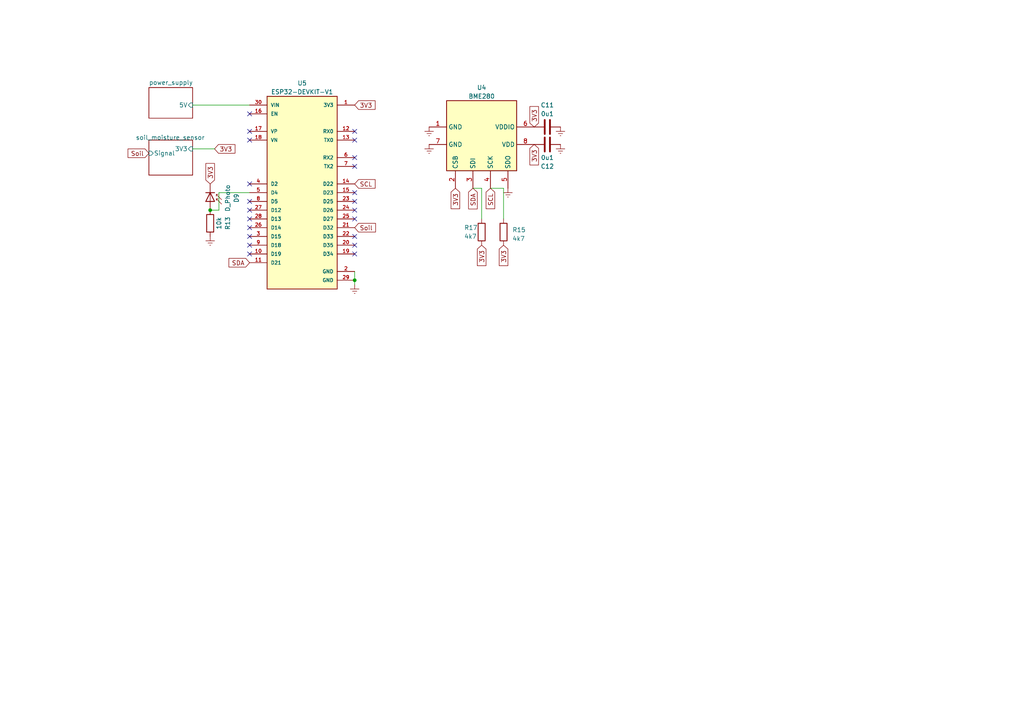
<source format=kicad_sch>
(kicad_sch (version 20230121) (generator eeschema)

  (uuid d745cb62-8f4d-408c-9af8-25e31ee1e0d0)

  (paper "A4")

  (lib_symbols
    (symbol "Device:C" (pin_numbers hide) (pin_names (offset 0.254)) (in_bom yes) (on_board yes)
      (property "Reference" "C" (at 0.635 2.54 0)
        (effects (font (size 1.27 1.27)) (justify left))
      )
      (property "Value" "C" (at 0.635 -2.54 0)
        (effects (font (size 1.27 1.27)) (justify left))
      )
      (property "Footprint" "" (at 0.9652 -3.81 0)
        (effects (font (size 1.27 1.27)) hide)
      )
      (property "Datasheet" "~" (at 0 0 0)
        (effects (font (size 1.27 1.27)) hide)
      )
      (property "ki_keywords" "cap capacitor" (at 0 0 0)
        (effects (font (size 1.27 1.27)) hide)
      )
      (property "ki_description" "Unpolarized capacitor" (at 0 0 0)
        (effects (font (size 1.27 1.27)) hide)
      )
      (property "ki_fp_filters" "C_*" (at 0 0 0)
        (effects (font (size 1.27 1.27)) hide)
      )
      (symbol "C_0_1"
        (polyline
          (pts
            (xy -2.032 -0.762)
            (xy 2.032 -0.762)
          )
          (stroke (width 0.508) (type default))
          (fill (type none))
        )
        (polyline
          (pts
            (xy -2.032 0.762)
            (xy 2.032 0.762)
          )
          (stroke (width 0.508) (type default))
          (fill (type none))
        )
      )
      (symbol "C_1_1"
        (pin passive line (at 0 3.81 270) (length 2.794)
          (name "~" (effects (font (size 1.27 1.27))))
          (number "1" (effects (font (size 1.27 1.27))))
        )
        (pin passive line (at 0 -3.81 90) (length 2.794)
          (name "~" (effects (font (size 1.27 1.27))))
          (number "2" (effects (font (size 1.27 1.27))))
        )
      )
    )
    (symbol "Device:D_Photo" (pin_numbers hide) (pin_names hide) (in_bom yes) (on_board yes)
      (property "Reference" "D" (at 0.508 1.778 0)
        (effects (font (size 1.27 1.27)) (justify left))
      )
      (property "Value" "D_Photo" (at -1.016 -2.794 0)
        (effects (font (size 1.27 1.27)))
      )
      (property "Footprint" "" (at -1.27 0 0)
        (effects (font (size 1.27 1.27)) hide)
      )
      (property "Datasheet" "~" (at -1.27 0 0)
        (effects (font (size 1.27 1.27)) hide)
      )
      (property "ki_keywords" "photodiode diode opto" (at 0 0 0)
        (effects (font (size 1.27 1.27)) hide)
      )
      (property "ki_description" "Photodiode" (at 0 0 0)
        (effects (font (size 1.27 1.27)) hide)
      )
      (symbol "D_Photo_0_1"
        (polyline
          (pts
            (xy -2.54 1.27)
            (xy -2.54 -1.27)
          )
          (stroke (width 0.254) (type default))
          (fill (type none))
        )
        (polyline
          (pts
            (xy -2.032 1.778)
            (xy -1.524 1.778)
          )
          (stroke (width 0) (type default))
          (fill (type none))
        )
        (polyline
          (pts
            (xy 0 0)
            (xy -2.54 0)
          )
          (stroke (width 0) (type default))
          (fill (type none))
        )
        (polyline
          (pts
            (xy -0.508 3.302)
            (xy -2.032 1.778)
            (xy -2.032 2.286)
          )
          (stroke (width 0) (type default))
          (fill (type none))
        )
        (polyline
          (pts
            (xy 0 -1.27)
            (xy 0 1.27)
            (xy -2.54 0)
            (xy 0 -1.27)
          )
          (stroke (width 0.254) (type default))
          (fill (type none))
        )
        (polyline
          (pts
            (xy 0.762 3.302)
            (xy -0.762 1.778)
            (xy -0.762 2.286)
            (xy -0.762 1.778)
            (xy -0.254 1.778)
          )
          (stroke (width 0) (type default))
          (fill (type none))
        )
      )
      (symbol "D_Photo_1_1"
        (pin passive line (at -5.08 0 0) (length 2.54)
          (name "K" (effects (font (size 1.27 1.27))))
          (number "1" (effects (font (size 1.27 1.27))))
        )
        (pin passive line (at 2.54 0 180) (length 2.54)
          (name "A" (effects (font (size 1.27 1.27))))
          (number "2" (effects (font (size 1.27 1.27))))
        )
      )
    )
    (symbol "Device:R" (pin_numbers hide) (pin_names (offset 0)) (in_bom yes) (on_board yes)
      (property "Reference" "R" (at 2.032 0 90)
        (effects (font (size 1.27 1.27)))
      )
      (property "Value" "R" (at 0 0 90)
        (effects (font (size 1.27 1.27)))
      )
      (property "Footprint" "" (at -1.778 0 90)
        (effects (font (size 1.27 1.27)) hide)
      )
      (property "Datasheet" "~" (at 0 0 0)
        (effects (font (size 1.27 1.27)) hide)
      )
      (property "ki_keywords" "R res resistor" (at 0 0 0)
        (effects (font (size 1.27 1.27)) hide)
      )
      (property "ki_description" "Resistor" (at 0 0 0)
        (effects (font (size 1.27 1.27)) hide)
      )
      (property "ki_fp_filters" "R_*" (at 0 0 0)
        (effects (font (size 1.27 1.27)) hide)
      )
      (symbol "R_0_1"
        (rectangle (start -1.016 -2.54) (end 1.016 2.54)
          (stroke (width 0.254) (type default))
          (fill (type none))
        )
      )
      (symbol "R_1_1"
        (pin passive line (at 0 3.81 270) (length 1.27)
          (name "~" (effects (font (size 1.27 1.27))))
          (number "1" (effects (font (size 1.27 1.27))))
        )
        (pin passive line (at 0 -3.81 90) (length 1.27)
          (name "~" (effects (font (size 1.27 1.27))))
          (number "2" (effects (font (size 1.27 1.27))))
        )
      )
    )
    (symbol "ESP32-DEVKIT-V1:ESP32-DEVKIT-V1" (pin_names (offset 1.016)) (in_bom yes) (on_board yes)
      (property "Reference" "U" (at -10.16 30.48 0)
        (effects (font (size 1.27 1.27)) (justify left top))
      )
      (property "Value" "ESP32-DEVKIT-V1" (at -10.16 -30.48 0)
        (effects (font (size 1.27 1.27)) (justify left bottom))
      )
      (property "Footprint" "MODULE_ESP32_DEVKIT_V1" (at 0 0 0)
        (effects (font (size 1.27 1.27)) (justify bottom) hide)
      )
      (property "Datasheet" "" (at 0 0 0)
        (effects (font (size 1.27 1.27)) hide)
      )
      (property "MAXIMUM_PACKAGE_HEIGHT" "6.8 mm" (at 0 0 0)
        (effects (font (size 1.27 1.27)) (justify bottom) hide)
      )
      (property "MANUFACTURER" "DOIT" (at 0 0 0)
        (effects (font (size 1.27 1.27)) (justify bottom) hide)
      )
      (property "PARTREV" "N/A" (at 0 0 0)
        (effects (font (size 1.27 1.27)) (justify bottom) hide)
      )
      (property "STANDARD" "Manufacturer Recommendations" (at 0 0 0)
        (effects (font (size 1.27 1.27)) (justify bottom) hide)
      )
      (symbol "ESP32-DEVKIT-V1_0_0"
        (rectangle (start -10.16 -27.94) (end 10.16 27.94)
          (stroke (width 0.254) (type default))
          (fill (type background))
        )
        (pin output line (at 15.24 25.4 180) (length 5.08)
          (name "3V3" (effects (font (size 1.016 1.016))))
          (number "1" (effects (font (size 1.016 1.016))))
        )
        (pin bidirectional line (at -15.24 -17.78 0) (length 5.08)
          (name "D19" (effects (font (size 1.016 1.016))))
          (number "10" (effects (font (size 1.016 1.016))))
        )
        (pin bidirectional line (at -15.24 -20.32 0) (length 5.08)
          (name "D21" (effects (font (size 1.016 1.016))))
          (number "11" (effects (font (size 1.016 1.016))))
        )
        (pin input line (at 15.24 17.78 180) (length 5.08)
          (name "RX0" (effects (font (size 1.016 1.016))))
          (number "12" (effects (font (size 1.016 1.016))))
        )
        (pin output line (at 15.24 15.24 180) (length 5.08)
          (name "TX0" (effects (font (size 1.016 1.016))))
          (number "13" (effects (font (size 1.016 1.016))))
        )
        (pin bidirectional line (at 15.24 2.54 180) (length 5.08)
          (name "D22" (effects (font (size 1.016 1.016))))
          (number "14" (effects (font (size 1.016 1.016))))
        )
        (pin bidirectional line (at 15.24 0 180) (length 5.08)
          (name "D23" (effects (font (size 1.016 1.016))))
          (number "15" (effects (font (size 1.016 1.016))))
        )
        (pin input line (at -15.24 22.86 0) (length 5.08)
          (name "EN" (effects (font (size 1.016 1.016))))
          (number "16" (effects (font (size 1.016 1.016))))
        )
        (pin bidirectional line (at -15.24 17.78 0) (length 5.08)
          (name "VP" (effects (font (size 1.016 1.016))))
          (number "17" (effects (font (size 1.016 1.016))))
        )
        (pin bidirectional line (at -15.24 15.24 0) (length 5.08)
          (name "VN" (effects (font (size 1.016 1.016))))
          (number "18" (effects (font (size 1.016 1.016))))
        )
        (pin bidirectional line (at 15.24 -17.78 180) (length 5.08)
          (name "D34" (effects (font (size 1.016 1.016))))
          (number "19" (effects (font (size 1.016 1.016))))
        )
        (pin power_in line (at 15.24 -22.86 180) (length 5.08)
          (name "GND" (effects (font (size 1.016 1.016))))
          (number "2" (effects (font (size 1.016 1.016))))
        )
        (pin bidirectional line (at 15.24 -15.24 180) (length 5.08)
          (name "D35" (effects (font (size 1.016 1.016))))
          (number "20" (effects (font (size 1.016 1.016))))
        )
        (pin bidirectional line (at 15.24 -10.16 180) (length 5.08)
          (name "D32" (effects (font (size 1.016 1.016))))
          (number "21" (effects (font (size 1.016 1.016))))
        )
        (pin bidirectional line (at 15.24 -12.7 180) (length 5.08)
          (name "D33" (effects (font (size 1.016 1.016))))
          (number "22" (effects (font (size 1.016 1.016))))
        )
        (pin bidirectional line (at 15.24 -2.54 180) (length 5.08)
          (name "D25" (effects (font (size 1.016 1.016))))
          (number "23" (effects (font (size 1.016 1.016))))
        )
        (pin bidirectional line (at 15.24 -5.08 180) (length 5.08)
          (name "D26" (effects (font (size 1.016 1.016))))
          (number "24" (effects (font (size 1.016 1.016))))
        )
        (pin bidirectional line (at 15.24 -7.62 180) (length 5.08)
          (name "D27" (effects (font (size 1.016 1.016))))
          (number "25" (effects (font (size 1.016 1.016))))
        )
        (pin bidirectional line (at -15.24 -10.16 0) (length 5.08)
          (name "D14" (effects (font (size 1.016 1.016))))
          (number "26" (effects (font (size 1.016 1.016))))
        )
        (pin bidirectional line (at -15.24 -5.08 0) (length 5.08)
          (name "D12" (effects (font (size 1.016 1.016))))
          (number "27" (effects (font (size 1.016 1.016))))
        )
        (pin bidirectional line (at -15.24 -7.62 0) (length 5.08)
          (name "D13" (effects (font (size 1.016 1.016))))
          (number "28" (effects (font (size 1.016 1.016))))
        )
        (pin power_in line (at 15.24 -25.4 180) (length 5.08)
          (name "GND" (effects (font (size 1.016 1.016))))
          (number "29" (effects (font (size 1.016 1.016))))
        )
        (pin bidirectional line (at -15.24 -12.7 0) (length 5.08)
          (name "D15" (effects (font (size 1.016 1.016))))
          (number "3" (effects (font (size 1.016 1.016))))
        )
        (pin input line (at -15.24 25.4 0) (length 5.08)
          (name "VIN" (effects (font (size 1.016 1.016))))
          (number "30" (effects (font (size 1.016 1.016))))
        )
        (pin bidirectional line (at -15.24 2.54 0) (length 5.08)
          (name "D2" (effects (font (size 1.016 1.016))))
          (number "4" (effects (font (size 1.016 1.016))))
        )
        (pin bidirectional line (at -15.24 0 0) (length 5.08)
          (name "D4" (effects (font (size 1.016 1.016))))
          (number "5" (effects (font (size 1.016 1.016))))
        )
        (pin input line (at 15.24 10.16 180) (length 5.08)
          (name "RX2" (effects (font (size 1.016 1.016))))
          (number "6" (effects (font (size 1.016 1.016))))
        )
        (pin output line (at 15.24 7.62 180) (length 5.08)
          (name "TX2" (effects (font (size 1.016 1.016))))
          (number "7" (effects (font (size 1.016 1.016))))
        )
        (pin bidirectional line (at -15.24 -2.54 0) (length 5.08)
          (name "D5" (effects (font (size 1.016 1.016))))
          (number "8" (effects (font (size 1.016 1.016))))
        )
        (pin bidirectional line (at -15.24 -15.24 0) (length 5.08)
          (name "D18" (effects (font (size 1.016 1.016))))
          (number "9" (effects (font (size 1.016 1.016))))
        )
      )
    )
    (symbol "Sensor:BME280" (in_bom yes) (on_board yes)
      (property "Reference" "U" (at -8.89 11.43 0)
        (effects (font (size 1.27 1.27)))
      )
      (property "Value" "BME280" (at 7.62 11.43 0)
        (effects (font (size 1.27 1.27)))
      )
      (property "Footprint" "Package_LGA:Bosch_LGA-8_2.5x2.5mm_P0.65mm_ClockwisePinNumbering" (at 38.1 -11.43 0)
        (effects (font (size 1.27 1.27)) hide)
      )
      (property "Datasheet" "https://www.bosch-sensortec.com/media/boschsensortec/downloads/datasheets/bst-bme280-ds002.pdf" (at 0 -5.08 0)
        (effects (font (size 1.27 1.27)) hide)
      )
      (property "ki_keywords" "Bosch pressure humidity temperature environment environmental measurement digital" (at 0 0 0)
        (effects (font (size 1.27 1.27)) hide)
      )
      (property "ki_description" "3-in-1 sensor, humidity, pressure, temperature, I2C and SPI interface, 1.71-3.6V, LGA-8" (at 0 0 0)
        (effects (font (size 1.27 1.27)) hide)
      )
      (property "ki_fp_filters" "*LGA*2.5x2.5mm*P0.65mm*Clockwise*" (at 0 0 0)
        (effects (font (size 1.27 1.27)) hide)
      )
      (symbol "BME280_0_1"
        (rectangle (start -10.16 10.16) (end 10.16 -10.16)
          (stroke (width 0.254) (type default))
          (fill (type background))
        )
      )
      (symbol "BME280_1_1"
        (pin power_in line (at -2.54 -15.24 90) (length 5.08)
          (name "GND" (effects (font (size 1.27 1.27))))
          (number "1" (effects (font (size 1.27 1.27))))
        )
        (pin input line (at 15.24 -7.62 180) (length 5.08)
          (name "CSB" (effects (font (size 1.27 1.27))))
          (number "2" (effects (font (size 1.27 1.27))))
        )
        (pin bidirectional line (at 15.24 -2.54 180) (length 5.08)
          (name "SDI" (effects (font (size 1.27 1.27))))
          (number "3" (effects (font (size 1.27 1.27))))
        )
        (pin input line (at 15.24 2.54 180) (length 5.08)
          (name "SCK" (effects (font (size 1.27 1.27))))
          (number "4" (effects (font (size 1.27 1.27))))
        )
        (pin bidirectional line (at 15.24 7.62 180) (length 5.08)
          (name "SDO" (effects (font (size 1.27 1.27))))
          (number "5" (effects (font (size 1.27 1.27))))
        )
        (pin power_in line (at -2.54 15.24 270) (length 5.08)
          (name "VDDIO" (effects (font (size 1.27 1.27))))
          (number "6" (effects (font (size 1.27 1.27))))
        )
        (pin power_in line (at 2.54 -15.24 90) (length 5.08)
          (name "GND" (effects (font (size 1.27 1.27))))
          (number "7" (effects (font (size 1.27 1.27))))
        )
        (pin power_in line (at 2.54 15.24 270) (length 5.08)
          (name "VDD" (effects (font (size 1.27 1.27))))
          (number "8" (effects (font (size 1.27 1.27))))
        )
      )
    )
    (symbol "power:Earth" (power) (pin_names (offset 0)) (in_bom yes) (on_board yes)
      (property "Reference" "#PWR" (at 0 -6.35 0)
        (effects (font (size 1.27 1.27)) hide)
      )
      (property "Value" "Earth" (at 0 -3.81 0)
        (effects (font (size 1.27 1.27)) hide)
      )
      (property "Footprint" "" (at 0 0 0)
        (effects (font (size 1.27 1.27)) hide)
      )
      (property "Datasheet" "~" (at 0 0 0)
        (effects (font (size 1.27 1.27)) hide)
      )
      (property "ki_keywords" "global ground gnd" (at 0 0 0)
        (effects (font (size 1.27 1.27)) hide)
      )
      (property "ki_description" "Power symbol creates a global label with name \"Earth\"" (at 0 0 0)
        (effects (font (size 1.27 1.27)) hide)
      )
      (symbol "Earth_0_1"
        (polyline
          (pts
            (xy -0.635 -1.905)
            (xy 0.635 -1.905)
          )
          (stroke (width 0) (type default))
          (fill (type none))
        )
        (polyline
          (pts
            (xy -0.127 -2.54)
            (xy 0.127 -2.54)
          )
          (stroke (width 0) (type default))
          (fill (type none))
        )
        (polyline
          (pts
            (xy 0 -1.27)
            (xy 0 0)
          )
          (stroke (width 0) (type default))
          (fill (type none))
        )
        (polyline
          (pts
            (xy 1.27 -1.27)
            (xy -1.27 -1.27)
          )
          (stroke (width 0) (type default))
          (fill (type none))
        )
      )
      (symbol "Earth_1_1"
        (pin power_in line (at 0 0 270) (length 0) hide
          (name "Earth" (effects (font (size 1.27 1.27))))
          (number "1" (effects (font (size 1.27 1.27))))
        )
      )
    )
  )

  (junction (at 60.96 60.96) (diameter 0) (color 0 0 0 0)
    (uuid 543276c0-6399-4db4-858d-315bc2a26370)
  )
  (junction (at 102.87 81.28) (diameter 0) (color 0 0 0 0)
    (uuid e118582f-b4ff-474f-9d73-1f060f0f896d)
  )

  (no_connect (at 72.39 60.96) (uuid 08ec6322-28c6-4376-b554-2e9b80f31b5f))
  (no_connect (at 102.87 55.88) (uuid 0cf97783-93b6-452d-b920-ad0f16bec5ca))
  (no_connect (at 72.39 63.5) (uuid 4aa90c6d-9a62-49e9-a2e4-67d6f6a19506))
  (no_connect (at 102.87 40.64) (uuid 59d82153-e297-47af-bc22-52cd527b29e9))
  (no_connect (at 102.87 63.5) (uuid 5c0c0fc3-4b62-48e6-b653-6b150412d275))
  (no_connect (at 72.39 58.42) (uuid 67b4d9bd-3541-4588-84f9-01e05e1d315a))
  (no_connect (at 102.87 60.96) (uuid 6b5e528e-7675-48eb-b2e2-86410b3c972a))
  (no_connect (at 72.39 33.02) (uuid 72bfa4b5-a0f7-486f-8d27-4fc504ef2309))
  (no_connect (at 102.87 68.58) (uuid 73fe7396-74a4-41fd-a12c-2bdc7a1397f2))
  (no_connect (at 102.87 48.26) (uuid 74354e35-4032-4c0a-9a33-5f7c28e8a13d))
  (no_connect (at 72.39 68.58) (uuid 7c4cb343-0d0a-4b83-abdb-e191545f99fa))
  (no_connect (at 102.87 71.12) (uuid 8331a199-8b2c-408f-80ba-be7bd6e746b4))
  (no_connect (at 72.39 73.66) (uuid 8d662833-35e3-49a5-937d-2aaa54c5eedf))
  (no_connect (at 102.87 58.42) (uuid 912ebd71-5a73-46db-897b-b3bd79f6502d))
  (no_connect (at 72.39 53.34) (uuid 9a57caa9-6313-4107-87de-17ed034333f7))
  (no_connect (at 72.39 38.1) (uuid b3185c5a-5a91-4c7d-92ed-0c5883ec0986))
  (no_connect (at 72.39 66.04) (uuid b5f942ad-5a25-4d7b-aeff-13b407e10add))
  (no_connect (at 102.87 38.1) (uuid d256e6db-553b-4dbd-8d00-ef0df7a42480))
  (no_connect (at 102.87 73.66) (uuid e44c711c-7b3f-4f6d-9931-9ad0e8f02f7c))
  (no_connect (at 72.39 71.12) (uuid ea8cd458-5f20-4695-9708-541cf251a4ff))
  (no_connect (at 72.39 40.64) (uuid ec9934bc-8610-4680-9653-376d5f80e45d))
  (no_connect (at 102.87 45.72) (uuid fa45f9ef-221c-47ca-84fc-32b33713fea5))

  (wire (pts (xy 139.7 54.61) (xy 137.16 54.61))
    (stroke (width 0) (type default))
    (uuid 1dc7ad3c-dc7f-44d5-aca0-47490fc6caca)
  )
  (wire (pts (xy 63.5 55.88) (xy 72.39 55.88))
    (stroke (width 0) (type default))
    (uuid 30b78dfb-26c8-4eaf-b834-9da215ceecaa)
  )
  (wire (pts (xy 55.88 43.18) (xy 62.23 43.18))
    (stroke (width 0) (type default))
    (uuid 40cf0db7-4bba-44d1-9700-6fa92eb847eb)
  )
  (wire (pts (xy 139.7 63.5) (xy 139.7 54.61))
    (stroke (width 0) (type default))
    (uuid 8b431918-91e1-4d8c-9f28-ca24989d96fc)
  )
  (wire (pts (xy 55.88 30.48) (xy 72.39 30.48))
    (stroke (width 0) (type default))
    (uuid 8f8b8f6c-5f81-4868-91c8-885382e3cf85)
  )
  (wire (pts (xy 146.05 54.61) (xy 142.24 54.61))
    (stroke (width 0) (type default))
    (uuid b7e2091e-57c5-4354-92b6-34faadd176e1)
  )
  (wire (pts (xy 63.5 60.96) (xy 60.96 60.96))
    (stroke (width 0) (type default))
    (uuid c569c7bb-2372-42ed-8c26-b0bcd826df0a)
  )
  (wire (pts (xy 102.87 82.55) (xy 102.87 81.28))
    (stroke (width 0) (type default))
    (uuid df39538c-b6c9-46a1-8851-b4ed7816b37a)
  )
  (wire (pts (xy 102.87 78.74) (xy 102.87 81.28))
    (stroke (width 0) (type default))
    (uuid e282e0e9-83e9-458a-8411-f827cf516ccb)
  )
  (wire (pts (xy 146.05 63.5) (xy 146.05 54.61))
    (stroke (width 0) (type default))
    (uuid e601bd2e-4b47-435e-9021-3d75d2041dff)
  )
  (wire (pts (xy 63.5 55.88) (xy 63.5 60.96))
    (stroke (width 0) (type default))
    (uuid e8c49945-e1ac-4ac2-87c9-76fbb7c6d839)
  )

  (global_label "3V3" (shape input) (at 102.87 30.48 0) (fields_autoplaced)
    (effects (font (size 1.27 1.27)) (justify left))
    (uuid 0b2915bf-e203-4938-97d3-faad7543b908)
    (property "Intersheetrefs" "${INTERSHEET_REFS}" (at 109.2834 30.48 0)
      (effects (font (size 1.27 1.27)) (justify left) hide)
    )
  )
  (global_label "SDA" (shape input) (at 137.16 54.61 270) (fields_autoplaced)
    (effects (font (size 1.27 1.27)) (justify right))
    (uuid 0ea22780-2f0d-48b5-b118-839868d96122)
    (property "Intersheetrefs" "${INTERSHEET_REFS}" (at 137.16 61.0839 90)
      (effects (font (size 1.27 1.27)) (justify right) hide)
    )
  )
  (global_label "3V3" (shape input) (at 139.7 71.12 270) (fields_autoplaced)
    (effects (font (size 1.27 1.27)) (justify right))
    (uuid 24c7b987-1e6b-4373-8922-bcfd7f311595)
    (property "Intersheetrefs" "${INTERSHEET_REFS}" (at 139.7 77.5334 90)
      (effects (font (size 1.27 1.27)) (justify right) hide)
    )
  )
  (global_label "3V3" (shape input) (at 62.23 43.18 0) (fields_autoplaced)
    (effects (font (size 1.27 1.27)) (justify left))
    (uuid 4737e9e0-0867-4199-9cca-60de0986a8cd)
    (property "Intersheetrefs" "${INTERSHEET_REFS}" (at 68.6434 43.18 0)
      (effects (font (size 1.27 1.27)) (justify left) hide)
    )
  )
  (global_label "SCL" (shape input) (at 142.24 54.61 270) (fields_autoplaced)
    (effects (font (size 1.27 1.27)) (justify right))
    (uuid 733493c5-bf92-42fd-b085-2c6244f7dc27)
    (property "Intersheetrefs" "${INTERSHEET_REFS}" (at 142.24 61.0234 90)
      (effects (font (size 1.27 1.27)) (justify right) hide)
    )
  )
  (global_label "SCL" (shape input) (at 102.87 53.34 0) (fields_autoplaced)
    (effects (font (size 1.27 1.27)) (justify left))
    (uuid 7ee90924-adee-4310-84cf-6dcae15a9ab3)
    (property "Intersheetrefs" "${INTERSHEET_REFS}" (at 109.2834 53.34 0)
      (effects (font (size 1.27 1.27)) (justify left) hide)
    )
  )
  (global_label "Soil" (shape input) (at 43.18 44.45 180) (fields_autoplaced)
    (effects (font (size 1.27 1.27)) (justify right))
    (uuid 7f24811e-5436-4553-8928-e754c0fa0dea)
    (property "Intersheetrefs" "${INTERSHEET_REFS}" (at 36.6457 44.45 0)
      (effects (font (size 1.27 1.27)) (justify right) hide)
    )
  )
  (global_label "3V3" (shape input) (at 146.05 71.12 270) (fields_autoplaced)
    (effects (font (size 1.27 1.27)) (justify right))
    (uuid 7f5b10c1-b938-4690-b4b9-c9d923714513)
    (property "Intersheetrefs" "${INTERSHEET_REFS}" (at 146.05 77.5334 90)
      (effects (font (size 1.27 1.27)) (justify right) hide)
    )
  )
  (global_label "SDA" (shape input) (at 72.39 76.2 180) (fields_autoplaced)
    (effects (font (size 1.27 1.27)) (justify right))
    (uuid 8f77b2ce-6f98-4c75-8b23-a2bc673cb676)
    (property "Intersheetrefs" "${INTERSHEET_REFS}" (at 65.9161 76.2 0)
      (effects (font (size 1.27 1.27)) (justify right) hide)
    )
  )
  (global_label "3V3" (shape input) (at 60.96 53.34 90) (fields_autoplaced)
    (effects (font (size 1.27 1.27)) (justify left))
    (uuid 95915b61-b772-4a80-87ca-3ed580440d5d)
    (property "Intersheetrefs" "${INTERSHEET_REFS}" (at 60.96 46.9266 90)
      (effects (font (size 1.27 1.27)) (justify left) hide)
    )
  )
  (global_label "3V3" (shape input) (at 154.94 41.91 270) (fields_autoplaced)
    (effects (font (size 1.27 1.27)) (justify right))
    (uuid 99304a5e-f0d9-49fb-a1aa-c39b6951c451)
    (property "Intersheetrefs" "${INTERSHEET_REFS}" (at 154.94 48.3234 90)
      (effects (font (size 1.27 1.27)) (justify right) hide)
    )
  )
  (global_label "3V3" (shape input) (at 132.08 54.61 270) (fields_autoplaced)
    (effects (font (size 1.27 1.27)) (justify right))
    (uuid adebd8e4-6e52-41d2-b3fa-ad03b294ea01)
    (property "Intersheetrefs" "${INTERSHEET_REFS}" (at 132.08 61.0234 90)
      (effects (font (size 1.27 1.27)) (justify right) hide)
    )
  )
  (global_label "Soil" (shape input) (at 102.87 66.04 0) (fields_autoplaced)
    (effects (font (size 1.27 1.27)) (justify left))
    (uuid b721b40f-7506-4bf7-91aa-b0752c99c70b)
    (property "Intersheetrefs" "${INTERSHEET_REFS}" (at 109.4043 66.04 0)
      (effects (font (size 1.27 1.27)) (justify left) hide)
    )
  )
  (global_label "3V3" (shape input) (at 154.94 36.83 90) (fields_autoplaced)
    (effects (font (size 1.27 1.27)) (justify left))
    (uuid fd89cf4c-2225-4f18-a550-40cb46fc5061)
    (property "Intersheetrefs" "${INTERSHEET_REFS}" (at 154.94 30.4166 90)
      (effects (font (size 1.27 1.27)) (justify left) hide)
    )
  )

  (symbol (lib_id "Device:D_Photo") (at 60.96 58.42 270) (unit 1)
    (in_bom yes) (on_board yes) (dnp no) (fields_autoplaced)
    (uuid 24d76d81-435c-46f5-af10-6c409eb9b64c)
    (property "Reference" "D9" (at 68.58 57.4675 0)
      (effects (font (size 1.27 1.27)))
    )
    (property "Value" "D_Photo" (at 66.04 57.4675 0)
      (effects (font (size 1.27 1.27)))
    )
    (property "Footprint" "LED_THT:LED_D5.0mm" (at 60.96 57.15 0)
      (effects (font (size 1.27 1.27)) hide)
    )
    (property "Datasheet" "~" (at 60.96 57.15 0)
      (effects (font (size 1.27 1.27)) hide)
    )
    (pin "1" (uuid b121fa00-c1f8-46aa-8100-2330392151c6))
    (pin "2" (uuid 14066b97-5ded-4d7c-8453-874cd9aa0717))
    (instances
      (project "sensor_system"
        (path "/d745cb62-8f4d-408c-9af8-25e31ee1e0d0"
          (reference "D9") (unit 1)
        )
      )
    )
  )

  (symbol (lib_id "Device:R") (at 146.05 67.31 0) (unit 1)
    (in_bom yes) (on_board yes) (dnp no) (fields_autoplaced)
    (uuid 3aabb56d-b3ea-402d-9c14-3e54ab990a18)
    (property "Reference" "R15" (at 148.59 66.675 0)
      (effects (font (size 1.27 1.27)) (justify left))
    )
    (property "Value" "4k7" (at 148.59 69.215 0)
      (effects (font (size 1.27 1.27)) (justify left))
    )
    (property "Footprint" "" (at 144.272 67.31 90)
      (effects (font (size 1.27 1.27)) hide)
    )
    (property "Datasheet" "~" (at 146.05 67.31 0)
      (effects (font (size 1.27 1.27)) hide)
    )
    (pin "1" (uuid 4106ead1-8123-49ed-938c-cb1138e752e6))
    (pin "2" (uuid 9413727e-1dec-4a9b-b365-ddbd33e18d8b))
    (instances
      (project "sensor_system"
        (path "/d745cb62-8f4d-408c-9af8-25e31ee1e0d0"
          (reference "R15") (unit 1)
        )
      )
    )
  )

  (symbol (lib_id "ESP32-DEVKIT-V1:ESP32-DEVKIT-V1") (at 87.63 55.88 0) (unit 1)
    (in_bom yes) (on_board yes) (dnp no) (fields_autoplaced)
    (uuid 6720e65b-c2dd-4070-ba08-4b01b82dba9b)
    (property "Reference" "U5" (at 87.63 24.13 0)
      (effects (font (size 1.27 1.27)))
    )
    (property "Value" "ESP32-DEVKIT-V1" (at 87.63 26.67 0)
      (effects (font (size 1.27 1.27)))
    )
    (property "Footprint" "ESP32-DEVKIT-V1:MODULE_ESP32_DEVKIT_V1" (at 87.63 55.88 0)
      (effects (font (size 1.27 1.27)) (justify bottom) hide)
    )
    (property "Datasheet" "" (at 87.63 55.88 0)
      (effects (font (size 1.27 1.27)) hide)
    )
    (property "MAXIMUM_PACKAGE_HEIGHT" "6.8 mm" (at 87.63 55.88 0)
      (effects (font (size 1.27 1.27)) (justify bottom) hide)
    )
    (property "MANUFACTURER" "DOIT" (at 87.63 55.88 0)
      (effects (font (size 1.27 1.27)) (justify bottom) hide)
    )
    (property "PARTREV" "N/A" (at 87.63 55.88 0)
      (effects (font (size 1.27 1.27)) (justify bottom) hide)
    )
    (property "STANDARD" "Manufacturer Recommendations" (at 87.63 55.88 0)
      (effects (font (size 1.27 1.27)) (justify bottom) hide)
    )
    (pin "1" (uuid bb12359c-0602-4bbb-bcd9-c8668bc35d36))
    (pin "10" (uuid 7413a380-5f9f-476d-a80e-7333cd214f58))
    (pin "11" (uuid a87241b3-7579-440a-8a1d-f4e4c7c0657a))
    (pin "12" (uuid f2a8c7ae-c45f-4aef-b074-2a1ff8e8bd04))
    (pin "13" (uuid c6017221-c7fc-4333-9f5c-b95e1cd5909b))
    (pin "14" (uuid 29723d8c-9dda-414c-8674-e0393128cc92))
    (pin "15" (uuid bef74beb-6917-41e0-acf6-2b6fc903769c))
    (pin "16" (uuid 54ac5d2e-fb96-4b51-a5ca-b628ce3b2f7b))
    (pin "17" (uuid 46d31d24-bc98-47da-98b1-e74c33b2dc3a))
    (pin "18" (uuid 1c436627-06d8-4ab2-ad42-0e6ecfc4d80a))
    (pin "19" (uuid ae37c619-33e9-4c69-a3db-a8c7dea0cd7b))
    (pin "2" (uuid b9134c3d-e6e5-49ee-8b15-79fc54dd36e4))
    (pin "20" (uuid 9fa4bd16-a2d9-41af-b998-39c97c1da1ff))
    (pin "21" (uuid 79248f9d-08cf-46a9-bdc1-4bbe772f0ee4))
    (pin "22" (uuid 8dc32f48-9025-4f48-b63c-8a16a49563d2))
    (pin "23" (uuid 1c6c79e7-9c54-4128-ba0a-433b4ac1944d))
    (pin "24" (uuid 1d0e4bbc-c1ae-419d-b935-436ebce62c8b))
    (pin "25" (uuid 1d10c749-f2ad-40b1-9294-4b9e865bbaaa))
    (pin "26" (uuid 239f0854-ea9f-4004-a8dc-b989e842e3f1))
    (pin "27" (uuid ac2372af-f677-4864-ab97-20519fd07ee5))
    (pin "28" (uuid 3d154458-f480-4c12-a939-cf3110ee57a8))
    (pin "29" (uuid 8a219e8f-fb58-4866-99f2-3e9dc7a37965))
    (pin "3" (uuid 6e4ad037-bfb9-4563-9c82-840daaeab7e5))
    (pin "30" (uuid 534f7db0-29fa-4fec-a705-6c667a1beba3))
    (pin "4" (uuid 39626bb0-081a-4a5c-b07d-c85ca9c9dc51))
    (pin "5" (uuid 23c877aa-93f1-45bf-a9a3-7b5330f61212))
    (pin "6" (uuid 6e340a07-3f02-4460-959f-f0c246748831))
    (pin "7" (uuid 01c7559d-559c-49db-a3f1-959ef0cfab3f))
    (pin "8" (uuid 7ffbe509-752a-4459-9c52-d9cf74b036cd))
    (pin "9" (uuid 2de25522-4773-48d3-a765-038aae63c787))
    (instances
      (project "sensor_system"
        (path "/d745cb62-8f4d-408c-9af8-25e31ee1e0d0"
          (reference "U5") (unit 1)
        )
      )
    )
  )

  (symbol (lib_id "power:Earth") (at 102.87 82.55 0) (unit 1)
    (in_bom yes) (on_board yes) (dnp no) (fields_autoplaced)
    (uuid 6fce4663-e6af-4a62-a4ff-1bd749cc7e8c)
    (property "Reference" "#PWR021" (at 102.87 88.9 0)
      (effects (font (size 1.27 1.27)) hide)
    )
    (property "Value" "Earth" (at 102.87 86.36 0)
      (effects (font (size 1.27 1.27)) hide)
    )
    (property "Footprint" "" (at 102.87 82.55 0)
      (effects (font (size 1.27 1.27)) hide)
    )
    (property "Datasheet" "~" (at 102.87 82.55 0)
      (effects (font (size 1.27 1.27)) hide)
    )
    (pin "1" (uuid 5ee10e86-f407-4b5d-b0f9-8f15a7566d05))
    (instances
      (project "sensor_system"
        (path "/d745cb62-8f4d-408c-9af8-25e31ee1e0d0"
          (reference "#PWR021") (unit 1)
        )
      )
    )
  )

  (symbol (lib_id "power:Earth") (at 162.56 41.91 0) (unit 1)
    (in_bom yes) (on_board yes) (dnp no) (fields_autoplaced)
    (uuid 73c35e71-1b79-4ee1-a781-fff1628fe4a2)
    (property "Reference" "#PWR05" (at 162.56 48.26 0)
      (effects (font (size 1.27 1.27)) hide)
    )
    (property "Value" "Earth" (at 162.56 45.72 0)
      (effects (font (size 1.27 1.27)) hide)
    )
    (property "Footprint" "" (at 162.56 41.91 0)
      (effects (font (size 1.27 1.27)) hide)
    )
    (property "Datasheet" "~" (at 162.56 41.91 0)
      (effects (font (size 1.27 1.27)) hide)
    )
    (pin "1" (uuid 251c6a47-c6e9-4a2a-a81c-5d64e85a577a))
    (instances
      (project "sensor_system"
        (path "/d745cb62-8f4d-408c-9af8-25e31ee1e0d0"
          (reference "#PWR05") (unit 1)
        )
      )
    )
  )

  (symbol (lib_id "Device:C") (at 158.75 41.91 90) (unit 1)
    (in_bom yes) (on_board yes) (dnp no)
    (uuid 86f9121a-cdae-4ccb-8957-3629e72f8fe9)
    (property "Reference" "C12" (at 158.75 48.26 90)
      (effects (font (size 1.27 1.27)))
    )
    (property "Value" "0u1" (at 158.75 45.72 90)
      (effects (font (size 1.27 1.27)))
    )
    (property "Footprint" "" (at 162.56 40.9448 0)
      (effects (font (size 1.27 1.27)) hide)
    )
    (property "Datasheet" "~" (at 158.75 41.91 0)
      (effects (font (size 1.27 1.27)) hide)
    )
    (pin "1" (uuid 1c7b340b-a4cf-4f10-8d93-95d2a78a790c))
    (pin "2" (uuid a99ea851-938f-4dfd-ae92-2b80810698f1))
    (instances
      (project "sensor_system"
        (path "/d745cb62-8f4d-408c-9af8-25e31ee1e0d0"
          (reference "C12") (unit 1)
        )
      )
    )
  )

  (symbol (lib_id "power:Earth") (at 147.32 54.61 0) (unit 1)
    (in_bom yes) (on_board yes) (dnp no) (fields_autoplaced)
    (uuid a0672db0-36a7-427c-bb3f-b96b05d78037)
    (property "Reference" "#PWR07" (at 147.32 60.96 0)
      (effects (font (size 1.27 1.27)) hide)
    )
    (property "Value" "Earth" (at 147.32 58.42 0)
      (effects (font (size 1.27 1.27)) hide)
    )
    (property "Footprint" "" (at 147.32 54.61 0)
      (effects (font (size 1.27 1.27)) hide)
    )
    (property "Datasheet" "~" (at 147.32 54.61 0)
      (effects (font (size 1.27 1.27)) hide)
    )
    (pin "1" (uuid d1c90d61-2301-43e1-ae85-68b29d5f5794))
    (instances
      (project "sensor_system"
        (path "/d745cb62-8f4d-408c-9af8-25e31ee1e0d0"
          (reference "#PWR07") (unit 1)
        )
      )
    )
  )

  (symbol (lib_id "Device:C") (at 158.75 36.83 90) (unit 1)
    (in_bom yes) (on_board yes) (dnp no) (fields_autoplaced)
    (uuid aae21f6d-5dd1-4817-b1c0-770615d9d352)
    (property "Reference" "C11" (at 158.75 30.48 90)
      (effects (font (size 1.27 1.27)))
    )
    (property "Value" "0u1" (at 158.75 33.02 90)
      (effects (font (size 1.27 1.27)))
    )
    (property "Footprint" "" (at 162.56 35.8648 0)
      (effects (font (size 1.27 1.27)) hide)
    )
    (property "Datasheet" "~" (at 158.75 36.83 0)
      (effects (font (size 1.27 1.27)) hide)
    )
    (pin "1" (uuid fe4449a3-7db0-4853-882a-d9edbac950c7))
    (pin "2" (uuid 72fce5b6-cb62-4b16-a27a-98226526cea1))
    (instances
      (project "sensor_system"
        (path "/d745cb62-8f4d-408c-9af8-25e31ee1e0d0"
          (reference "C11") (unit 1)
        )
      )
    )
  )

  (symbol (lib_id "power:Earth") (at 124.46 41.91 0) (unit 1)
    (in_bom yes) (on_board yes) (dnp no) (fields_autoplaced)
    (uuid b1cf3843-8045-44b0-b5ac-a22cb6c36255)
    (property "Reference" "#PWR09" (at 124.46 48.26 0)
      (effects (font (size 1.27 1.27)) hide)
    )
    (property "Value" "Earth" (at 124.46 45.72 0)
      (effects (font (size 1.27 1.27)) hide)
    )
    (property "Footprint" "" (at 124.46 41.91 0)
      (effects (font (size 1.27 1.27)) hide)
    )
    (property "Datasheet" "~" (at 124.46 41.91 0)
      (effects (font (size 1.27 1.27)) hide)
    )
    (pin "1" (uuid f4d229c5-57d3-4c7b-ab72-0ebe2bfaeeff))
    (instances
      (project "sensor_system"
        (path "/d745cb62-8f4d-408c-9af8-25e31ee1e0d0"
          (reference "#PWR09") (unit 1)
        )
      )
    )
  )

  (symbol (lib_id "Device:R") (at 139.7 67.31 0) (unit 1)
    (in_bom yes) (on_board yes) (dnp no)
    (uuid ba0e4e66-41c3-415f-bd1c-fecd3581e54d)
    (property "Reference" "R17" (at 134.62 66.04 0)
      (effects (font (size 1.27 1.27)) (justify left))
    )
    (property "Value" "4k7" (at 134.62 68.58 0)
      (effects (font (size 1.27 1.27)) (justify left))
    )
    (property "Footprint" "" (at 137.922 67.31 90)
      (effects (font (size 1.27 1.27)) hide)
    )
    (property "Datasheet" "~" (at 139.7 67.31 0)
      (effects (font (size 1.27 1.27)) hide)
    )
    (pin "1" (uuid c3e5e54a-0497-4067-b0ac-54c492e2021b))
    (pin "2" (uuid fdb856ed-9928-4183-84f1-0da10663fecd))
    (instances
      (project "sensor_system"
        (path "/d745cb62-8f4d-408c-9af8-25e31ee1e0d0"
          (reference "R17") (unit 1)
        )
      )
    )
  )

  (symbol (lib_id "Device:R") (at 60.96 64.77 0) (unit 1)
    (in_bom yes) (on_board yes) (dnp no) (fields_autoplaced)
    (uuid be814844-9a05-4469-9d2a-f92f220f0746)
    (property "Reference" "R13" (at 66.04 64.77 90)
      (effects (font (size 1.27 1.27)))
    )
    (property "Value" "10k" (at 63.5 64.77 90)
      (effects (font (size 1.27 1.27)))
    )
    (property "Footprint" "Resistor_SMD:R_0805_2012Metric" (at 59.182 64.77 90)
      (effects (font (size 1.27 1.27)) hide)
    )
    (property "Datasheet" "~" (at 60.96 64.77 0)
      (effects (font (size 1.27 1.27)) hide)
    )
    (pin "1" (uuid c66a2d2a-53aa-4b19-a9b7-676561ccd8f4))
    (pin "2" (uuid d2ecaa0c-9cee-4d66-952b-60467b17cce3))
    (instances
      (project "sensor_system"
        (path "/d745cb62-8f4d-408c-9af8-25e31ee1e0d0"
          (reference "R13") (unit 1)
        )
      )
    )
  )

  (symbol (lib_id "power:Earth") (at 124.46 36.83 0) (unit 1)
    (in_bom yes) (on_board yes) (dnp no) (fields_autoplaced)
    (uuid cd9bac5e-61b4-490d-b29b-9bff9e9b3caf)
    (property "Reference" "#PWR010" (at 124.46 43.18 0)
      (effects (font (size 1.27 1.27)) hide)
    )
    (property "Value" "Earth" (at 124.46 40.64 0)
      (effects (font (size 1.27 1.27)) hide)
    )
    (property "Footprint" "" (at 124.46 36.83 0)
      (effects (font (size 1.27 1.27)) hide)
    )
    (property "Datasheet" "~" (at 124.46 36.83 0)
      (effects (font (size 1.27 1.27)) hide)
    )
    (pin "1" (uuid b9ef70c0-99aa-43b1-a111-d7741f807a05))
    (instances
      (project "sensor_system"
        (path "/d745cb62-8f4d-408c-9af8-25e31ee1e0d0"
          (reference "#PWR010") (unit 1)
        )
      )
    )
  )

  (symbol (lib_id "power:Earth") (at 162.56 36.83 0) (unit 1)
    (in_bom yes) (on_board yes) (dnp no) (fields_autoplaced)
    (uuid d5eddc90-3ce0-469b-b8c7-3d0b6a46b02b)
    (property "Reference" "#PWR04" (at 162.56 43.18 0)
      (effects (font (size 1.27 1.27)) hide)
    )
    (property "Value" "Earth" (at 162.56 40.64 0)
      (effects (font (size 1.27 1.27)) hide)
    )
    (property "Footprint" "" (at 162.56 36.83 0)
      (effects (font (size 1.27 1.27)) hide)
    )
    (property "Datasheet" "~" (at 162.56 36.83 0)
      (effects (font (size 1.27 1.27)) hide)
    )
    (pin "1" (uuid 4b579f23-e5f9-451b-9d3a-a16b99c69091))
    (instances
      (project "sensor_system"
        (path "/d745cb62-8f4d-408c-9af8-25e31ee1e0d0"
          (reference "#PWR04") (unit 1)
        )
      )
    )
  )

  (symbol (lib_id "power:Earth") (at 60.96 68.58 0) (unit 1)
    (in_bom yes) (on_board yes) (dnp no) (fields_autoplaced)
    (uuid e6f0bb34-c837-43d5-bef6-ebb798446113)
    (property "Reference" "#PWR016" (at 60.96 74.93 0)
      (effects (font (size 1.27 1.27)) hide)
    )
    (property "Value" "Earth" (at 60.96 72.39 0)
      (effects (font (size 1.27 1.27)) hide)
    )
    (property "Footprint" "" (at 60.96 68.58 0)
      (effects (font (size 1.27 1.27)) hide)
    )
    (property "Datasheet" "~" (at 60.96 68.58 0)
      (effects (font (size 1.27 1.27)) hide)
    )
    (pin "1" (uuid 604d1ce1-5fa1-44b1-b1ba-85adc6918bcb))
    (instances
      (project "sensor_system"
        (path "/d745cb62-8f4d-408c-9af8-25e31ee1e0d0"
          (reference "#PWR016") (unit 1)
        )
      )
    )
  )

  (symbol (lib_id "Sensor:BME280") (at 139.7 39.37 270) (unit 1)
    (in_bom yes) (on_board yes) (dnp no)
    (uuid ef675a43-97ad-424d-96b5-a3ccd5bc46c0)
    (property "Reference" "U4" (at 139.7 25.4 90)
      (effects (font (size 1.27 1.27)))
    )
    (property "Value" "BME280" (at 139.7 27.94 90)
      (effects (font (size 1.27 1.27)))
    )
    (property "Footprint" "Package_LGA:Bosch_LGA-8_2.5x2.5mm_P0.65mm_ClockwisePinNumbering" (at 128.27 77.47 0)
      (effects (font (size 1.27 1.27)) hide)
    )
    (property "Datasheet" "https://www.bosch-sensortec.com/media/boschsensortec/downloads/datasheets/bst-bme280-ds002.pdf" (at 134.62 39.37 0)
      (effects (font (size 1.27 1.27)) hide)
    )
    (pin "1" (uuid f7b6d9e0-9424-4166-9866-d83a8f6eceb3))
    (pin "2" (uuid 4ee2456c-23d7-4e54-ab63-004000021f42))
    (pin "3" (uuid 6dacb159-9bef-41ae-a5e3-973a217d1dcb))
    (pin "4" (uuid 77a075ff-edb3-4342-a994-9b777f446c02))
    (pin "5" (uuid 7b0b0e0d-56f9-4737-b181-3897d9e4ea2e))
    (pin "6" (uuid 3f007c3c-b6cd-4692-a0f7-f6198b5d5122))
    (pin "7" (uuid f903d0b1-6428-480c-9e83-1c38ef9c353f))
    (pin "8" (uuid 720c4b84-af03-43f3-a9b5-0a20f256014d))
    (instances
      (project "sensor_system"
        (path "/d745cb62-8f4d-408c-9af8-25e31ee1e0d0"
          (reference "U4") (unit 1)
        )
      )
    )
  )

  (sheet (at 43.18 25.4) (size 12.7 8.89)
    (stroke (width 0.1524) (type solid))
    (fill (color 0 0 0 0.0000))
    (uuid 89b6e76f-e734-47f0-98b1-101fd9e540da)
    (property "Sheetname" "power_supply" (at 43.18 24.6884 0)
      (effects (font (size 1.27 1.27)) (justify left bottom))
    )
    (property "Sheetfile" "power_supply.kicad_sch" (at 35.56 20.32 0)
      (effects (font (size 1.27 1.27)) (justify left top) hide)
    )
    (pin "5V" input (at 55.88 30.48 0)
      (effects (font (size 1.27 1.27)) (justify right))
      (uuid 9adec320-e412-438a-802e-9e1ac9946ddc)
    )
    (instances
      (project "sensor_system"
        (path "/d745cb62-8f4d-408c-9af8-25e31ee1e0d0" (page "3"))
      )
    )
  )

  (sheet (at 43.18 40.64) (size 12.7 10.16)
    (stroke (width 0.1524) (type solid))
    (fill (color 0 0 0 0.0000))
    (uuid aa2079c6-27cc-4f87-ae93-44912efb1889)
    (property "Sheetname" "soil_moisture_sensor" (at 39.37 40.64 0)
      (effects (font (size 1.27 1.27)) (justify left bottom))
    )
    (property "Sheetfile" "soil_moisture_sensor.kicad_sch" (at 34.29 53.34 0)
      (effects (font (size 1.27 1.27)) (justify left top) hide)
    )
    (pin "Signal" input (at 43.18 44.45 180)
      (effects (font (size 1.27 1.27)) (justify left))
      (uuid 34cb2a94-ac54-4296-867b-eb0902887943)
    )
    (pin "3V3" input (at 55.88 43.18 0)
      (effects (font (size 1.27 1.27)) (justify right))
      (uuid 4accde10-8d10-4d95-9e46-ef6cfeff796b)
    )
    (instances
      (project "sensor_system"
        (path "/d745cb62-8f4d-408c-9af8-25e31ee1e0d0" (page "2"))
      )
    )
  )

  (sheet_instances
    (path "/" (page "1"))
  )
)

</source>
